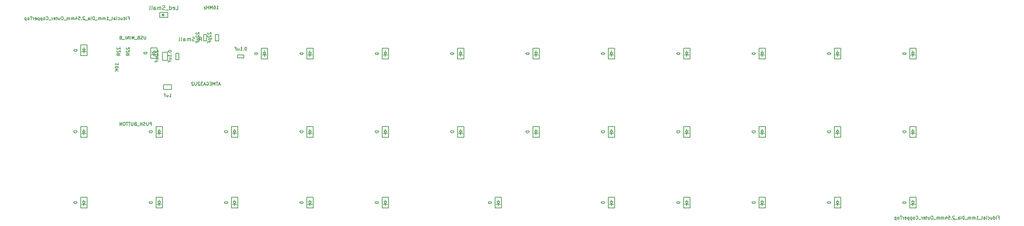
<source format=gbr>
G04 #@! TF.FileFunction,Other,Fab,Bot*
%FSLAX46Y46*%
G04 Gerber Fmt 4.6, Leading zero omitted, Abs format (unit mm)*
G04 Created by KiCad (PCBNEW 4.0.4-stable) date 11/06/16 20:17:09*
%MOMM*%
%LPD*%
G01*
G04 APERTURE LIST*
%ADD10C,0.100000*%
%ADD11C,0.150000*%
%ADD12C,0.200000*%
G04 APERTURE END LIST*
D10*
D11*
X-108125000Y15790000D02*
X-108125000Y16290000D01*
X-108525000Y15790000D02*
X-108125000Y15190000D01*
X-107725000Y15790000D02*
X-108525000Y15790000D01*
X-108125000Y15190000D02*
X-107725000Y15790000D01*
X-108125000Y15190000D02*
X-108675000Y15190000D01*
X-108125000Y15190000D02*
X-107575000Y15190000D01*
X-108125000Y14790000D02*
X-108125000Y15190000D01*
X-108925000Y14190000D02*
X-107325000Y14190000D01*
X-108925000Y16890000D02*
X-108925000Y14190000D01*
X-107325000Y16890000D02*
X-108925000Y16890000D01*
X-107325000Y14190000D02*
X-107325000Y16890000D01*
X-90480000Y15090000D02*
X-90480000Y15590000D01*
X-90880000Y15090000D02*
X-90480000Y14490000D01*
X-90080000Y15090000D02*
X-90880000Y15090000D01*
X-90480000Y14490000D02*
X-90080000Y15090000D01*
X-90480000Y14490000D02*
X-91030000Y14490000D01*
X-90480000Y14490000D02*
X-89930000Y14490000D01*
X-90480000Y14090000D02*
X-90480000Y14490000D01*
X-91280000Y13490000D02*
X-89680000Y13490000D01*
X-91280000Y16190000D02*
X-91280000Y13490000D01*
X-89680000Y16190000D02*
X-91280000Y16190000D01*
X-89680000Y13490000D02*
X-89680000Y16190000D01*
X-62500000Y14950000D02*
X-62500000Y15450000D01*
X-62900000Y14950000D02*
X-62500000Y14350000D01*
X-62100000Y14950000D02*
X-62900000Y14950000D01*
X-62500000Y14350000D02*
X-62100000Y14950000D01*
X-62500000Y14350000D02*
X-63050000Y14350000D01*
X-62500000Y14350000D02*
X-61950000Y14350000D01*
X-62500000Y13950000D02*
X-62500000Y14350000D01*
X-63300000Y13350000D02*
X-61700000Y13350000D01*
X-63300000Y16050000D02*
X-63300000Y13350000D01*
X-61700000Y16050000D02*
X-63300000Y16050000D01*
X-61700000Y13350000D02*
X-61700000Y16050000D01*
X-51010000Y14950000D02*
X-51010000Y15450000D01*
X-51410000Y14950000D02*
X-51010000Y14350000D01*
X-50610000Y14950000D02*
X-51410000Y14950000D01*
X-51010000Y14350000D02*
X-50610000Y14950000D01*
X-51010000Y14350000D02*
X-51560000Y14350000D01*
X-51010000Y14350000D02*
X-50460000Y14350000D01*
X-51010000Y13950000D02*
X-51010000Y14350000D01*
X-51810000Y13350000D02*
X-50210000Y13350000D01*
X-51810000Y16050000D02*
X-51810000Y13350000D01*
X-50210000Y16050000D02*
X-51810000Y16050000D01*
X-50210000Y13350000D02*
X-50210000Y16050000D01*
X-31960000Y14950000D02*
X-31960000Y15450000D01*
X-32360000Y14950000D02*
X-31960000Y14350000D01*
X-31560000Y14950000D02*
X-32360000Y14950000D01*
X-31960000Y14350000D02*
X-31560000Y14950000D01*
X-31960000Y14350000D02*
X-32510000Y14350000D01*
X-31960000Y14350000D02*
X-31410000Y14350000D01*
X-31960000Y13950000D02*
X-31960000Y14350000D01*
X-32760000Y13350000D02*
X-31160000Y13350000D01*
X-32760000Y16050000D02*
X-32760000Y13350000D01*
X-31160000Y16050000D02*
X-32760000Y16050000D01*
X-31160000Y13350000D02*
X-31160000Y16050000D01*
X-12910000Y14950000D02*
X-12910000Y15450000D01*
X-13310000Y14950000D02*
X-12910000Y14350000D01*
X-12510000Y14950000D02*
X-13310000Y14950000D01*
X-12910000Y14350000D02*
X-12510000Y14950000D01*
X-12910000Y14350000D02*
X-13460000Y14350000D01*
X-12910000Y14350000D02*
X-12360000Y14350000D01*
X-12910000Y13950000D02*
X-12910000Y14350000D01*
X-13710000Y13350000D02*
X-12110000Y13350000D01*
X-13710000Y16050000D02*
X-13710000Y13350000D01*
X-12110000Y16050000D02*
X-13710000Y16050000D01*
X-12110000Y13350000D02*
X-12110000Y16050000D01*
X6140000Y14950000D02*
X6140000Y15450000D01*
X5740000Y14950000D02*
X6140000Y14350000D01*
X6540000Y14950000D02*
X5740000Y14950000D01*
X6140000Y14350000D02*
X6540000Y14950000D01*
X6140000Y14350000D02*
X5590000Y14350000D01*
X6140000Y14350000D02*
X6690000Y14350000D01*
X6140000Y13950000D02*
X6140000Y14350000D01*
X5340000Y13350000D02*
X6940000Y13350000D01*
X5340000Y16050000D02*
X5340000Y13350000D01*
X6940000Y16050000D02*
X5340000Y16050000D01*
X6940000Y13350000D02*
X6940000Y16050000D01*
X25190000Y14950000D02*
X25190000Y15450000D01*
X24790000Y14950000D02*
X25190000Y14350000D01*
X25590000Y14950000D02*
X24790000Y14950000D01*
X25190000Y14350000D02*
X25590000Y14950000D01*
X25190000Y14350000D02*
X24640000Y14350000D01*
X25190000Y14350000D02*
X25740000Y14350000D01*
X25190000Y13950000D02*
X25190000Y14350000D01*
X24390000Y13350000D02*
X25990000Y13350000D01*
X24390000Y16050000D02*
X24390000Y13350000D01*
X25990000Y16050000D02*
X24390000Y16050000D01*
X25990000Y13350000D02*
X25990000Y16050000D01*
X44240000Y14950000D02*
X44240000Y15450000D01*
X43840000Y14950000D02*
X44240000Y14350000D01*
X44640000Y14950000D02*
X43840000Y14950000D01*
X44240000Y14350000D02*
X44640000Y14950000D01*
X44240000Y14350000D02*
X43690000Y14350000D01*
X44240000Y14350000D02*
X44790000Y14350000D01*
X44240000Y13950000D02*
X44240000Y14350000D01*
X43440000Y13350000D02*
X45040000Y13350000D01*
X43440000Y16050000D02*
X43440000Y13350000D01*
X45040000Y16050000D02*
X43440000Y16050000D01*
X45040000Y13350000D02*
X45040000Y16050000D01*
X63290000Y14950000D02*
X63290000Y15450000D01*
X62890000Y14950000D02*
X63290000Y14350000D01*
X63690000Y14950000D02*
X62890000Y14950000D01*
X63290000Y14350000D02*
X63690000Y14950000D01*
X63290000Y14350000D02*
X62740000Y14350000D01*
X63290000Y14350000D02*
X63840000Y14350000D01*
X63290000Y13950000D02*
X63290000Y14350000D01*
X62490000Y13350000D02*
X64090000Y13350000D01*
X62490000Y16050000D02*
X62490000Y13350000D01*
X64090000Y16050000D02*
X62490000Y16050000D01*
X64090000Y13350000D02*
X64090000Y16050000D01*
X82340000Y14950000D02*
X82340000Y15450000D01*
X81940000Y14950000D02*
X82340000Y14350000D01*
X82740000Y14950000D02*
X81940000Y14950000D01*
X82340000Y14350000D02*
X82740000Y14950000D01*
X82340000Y14350000D02*
X81790000Y14350000D01*
X82340000Y14350000D02*
X82890000Y14350000D01*
X82340000Y13950000D02*
X82340000Y14350000D01*
X81540000Y13350000D02*
X83140000Y13350000D01*
X81540000Y16050000D02*
X81540000Y13350000D01*
X83140000Y16050000D02*
X81540000Y16050000D01*
X83140000Y13350000D02*
X83140000Y16050000D01*
X101390000Y14950000D02*
X101390000Y15450000D01*
X100990000Y14950000D02*
X101390000Y14350000D01*
X101790000Y14950000D02*
X100990000Y14950000D01*
X101390000Y14350000D02*
X101790000Y14950000D01*
X101390000Y14350000D02*
X100840000Y14350000D01*
X101390000Y14350000D02*
X101940000Y14350000D01*
X101390000Y13950000D02*
X101390000Y14350000D01*
X100590000Y13350000D02*
X102190000Y13350000D01*
X100590000Y16050000D02*
X100590000Y13350000D01*
X102190000Y16050000D02*
X100590000Y16050000D01*
X102190000Y13350000D02*
X102190000Y16050000D01*
X-108160000Y-4820000D02*
X-108160000Y-4320000D01*
X-108560000Y-4820000D02*
X-108160000Y-5420000D01*
X-107760000Y-4820000D02*
X-108560000Y-4820000D01*
X-108160000Y-5420000D02*
X-107760000Y-4820000D01*
X-108160000Y-5420000D02*
X-108710000Y-5420000D01*
X-108160000Y-5420000D02*
X-107610000Y-5420000D01*
X-108160000Y-5820000D02*
X-108160000Y-5420000D01*
X-108960000Y-6420000D02*
X-107360000Y-6420000D01*
X-108960000Y-3720000D02*
X-108960000Y-6420000D01*
X-107360000Y-3720000D02*
X-108960000Y-3720000D01*
X-107360000Y-6420000D02*
X-107360000Y-3720000D01*
X-89110000Y-4820000D02*
X-89110000Y-4320000D01*
X-89510000Y-4820000D02*
X-89110000Y-5420000D01*
X-88710000Y-4820000D02*
X-89510000Y-4820000D01*
X-89110000Y-5420000D02*
X-88710000Y-4820000D01*
X-89110000Y-5420000D02*
X-89660000Y-5420000D01*
X-89110000Y-5420000D02*
X-88560000Y-5420000D01*
X-89110000Y-5820000D02*
X-89110000Y-5420000D01*
X-89910000Y-6420000D02*
X-88310000Y-6420000D01*
X-89910000Y-3720000D02*
X-89910000Y-6420000D01*
X-88310000Y-3720000D02*
X-89910000Y-3720000D01*
X-88310000Y-6420000D02*
X-88310000Y-3720000D01*
X-70060000Y-4820000D02*
X-70060000Y-4320000D01*
X-70460000Y-4820000D02*
X-70060000Y-5420000D01*
X-69660000Y-4820000D02*
X-70460000Y-4820000D01*
X-70060000Y-5420000D02*
X-69660000Y-4820000D01*
X-70060000Y-5420000D02*
X-70610000Y-5420000D01*
X-70060000Y-5420000D02*
X-69510000Y-5420000D01*
X-70060000Y-5820000D02*
X-70060000Y-5420000D01*
X-70860000Y-6420000D02*
X-69260000Y-6420000D01*
X-70860000Y-3720000D02*
X-70860000Y-6420000D01*
X-69260000Y-3720000D02*
X-70860000Y-3720000D01*
X-69260000Y-6420000D02*
X-69260000Y-3720000D01*
X-51010000Y-4820000D02*
X-51010000Y-4320000D01*
X-51410000Y-4820000D02*
X-51010000Y-5420000D01*
X-50610000Y-4820000D02*
X-51410000Y-4820000D01*
X-51010000Y-5420000D02*
X-50610000Y-4820000D01*
X-51010000Y-5420000D02*
X-51560000Y-5420000D01*
X-51010000Y-5420000D02*
X-50460000Y-5420000D01*
X-51010000Y-5820000D02*
X-51010000Y-5420000D01*
X-51810000Y-6420000D02*
X-50210000Y-6420000D01*
X-51810000Y-3720000D02*
X-51810000Y-6420000D01*
X-50210000Y-3720000D02*
X-51810000Y-3720000D01*
X-50210000Y-6420000D02*
X-50210000Y-3720000D01*
X-31960000Y-4820000D02*
X-31960000Y-4320000D01*
X-32360000Y-4820000D02*
X-31960000Y-5420000D01*
X-31560000Y-4820000D02*
X-32360000Y-4820000D01*
X-31960000Y-5420000D02*
X-31560000Y-4820000D01*
X-31960000Y-5420000D02*
X-32510000Y-5420000D01*
X-31960000Y-5420000D02*
X-31410000Y-5420000D01*
X-31960000Y-5820000D02*
X-31960000Y-5420000D01*
X-32760000Y-6420000D02*
X-31160000Y-6420000D01*
X-32760000Y-3720000D02*
X-32760000Y-6420000D01*
X-31160000Y-3720000D02*
X-32760000Y-3720000D01*
X-31160000Y-6420000D02*
X-31160000Y-3720000D01*
X-12910000Y-4820000D02*
X-12910000Y-4320000D01*
X-13310000Y-4820000D02*
X-12910000Y-5420000D01*
X-12510000Y-4820000D02*
X-13310000Y-4820000D01*
X-12910000Y-5420000D02*
X-12510000Y-4820000D01*
X-12910000Y-5420000D02*
X-13460000Y-5420000D01*
X-12910000Y-5420000D02*
X-12360000Y-5420000D01*
X-12910000Y-5820000D02*
X-12910000Y-5420000D01*
X-13710000Y-6420000D02*
X-12110000Y-6420000D01*
X-13710000Y-3720000D02*
X-13710000Y-6420000D01*
X-12110000Y-3720000D02*
X-13710000Y-3720000D01*
X-12110000Y-6420000D02*
X-12110000Y-3720000D01*
X6140000Y-4820000D02*
X6140000Y-4320000D01*
X5740000Y-4820000D02*
X6140000Y-5420000D01*
X6540000Y-4820000D02*
X5740000Y-4820000D01*
X6140000Y-5420000D02*
X6540000Y-4820000D01*
X6140000Y-5420000D02*
X5590000Y-5420000D01*
X6140000Y-5420000D02*
X6690000Y-5420000D01*
X6140000Y-5820000D02*
X6140000Y-5420000D01*
X5340000Y-6420000D02*
X6940000Y-6420000D01*
X5340000Y-3720000D02*
X5340000Y-6420000D01*
X6940000Y-3720000D02*
X5340000Y-3720000D01*
X6940000Y-6420000D02*
X6940000Y-3720000D01*
X25190000Y-4820000D02*
X25190000Y-4320000D01*
X24790000Y-4820000D02*
X25190000Y-5420000D01*
X25590000Y-4820000D02*
X24790000Y-4820000D01*
X25190000Y-5420000D02*
X25590000Y-4820000D01*
X25190000Y-5420000D02*
X24640000Y-5420000D01*
X25190000Y-5420000D02*
X25740000Y-5420000D01*
X25190000Y-5820000D02*
X25190000Y-5420000D01*
X24390000Y-6420000D02*
X25990000Y-6420000D01*
X24390000Y-3720000D02*
X24390000Y-6420000D01*
X25990000Y-3720000D02*
X24390000Y-3720000D01*
X25990000Y-6420000D02*
X25990000Y-3720000D01*
X44240000Y-4820000D02*
X44240000Y-4320000D01*
X43840000Y-4820000D02*
X44240000Y-5420000D01*
X44640000Y-4820000D02*
X43840000Y-4820000D01*
X44240000Y-5420000D02*
X44640000Y-4820000D01*
X44240000Y-5420000D02*
X43690000Y-5420000D01*
X44240000Y-5420000D02*
X44790000Y-5420000D01*
X44240000Y-5820000D02*
X44240000Y-5420000D01*
X43440000Y-6420000D02*
X45040000Y-6420000D01*
X43440000Y-3720000D02*
X43440000Y-6420000D01*
X45040000Y-3720000D02*
X43440000Y-3720000D01*
X45040000Y-6420000D02*
X45040000Y-3720000D01*
X63290000Y-4820000D02*
X63290000Y-4320000D01*
X62890000Y-4820000D02*
X63290000Y-5420000D01*
X63690000Y-4820000D02*
X62890000Y-4820000D01*
X63290000Y-5420000D02*
X63690000Y-4820000D01*
X63290000Y-5420000D02*
X62740000Y-5420000D01*
X63290000Y-5420000D02*
X63840000Y-5420000D01*
X63290000Y-5820000D02*
X63290000Y-5420000D01*
X62490000Y-6420000D02*
X64090000Y-6420000D01*
X62490000Y-3720000D02*
X62490000Y-6420000D01*
X64090000Y-3720000D02*
X62490000Y-3720000D01*
X64090000Y-6420000D02*
X64090000Y-3720000D01*
X82340000Y-4820000D02*
X82340000Y-4320000D01*
X81940000Y-4820000D02*
X82340000Y-5420000D01*
X82740000Y-4820000D02*
X81940000Y-4820000D01*
X82340000Y-5420000D02*
X82740000Y-4820000D01*
X82340000Y-5420000D02*
X81790000Y-5420000D01*
X82340000Y-5420000D02*
X82890000Y-5420000D01*
X82340000Y-5820000D02*
X82340000Y-5420000D01*
X81540000Y-6420000D02*
X83140000Y-6420000D01*
X81540000Y-3720000D02*
X81540000Y-6420000D01*
X83140000Y-3720000D02*
X81540000Y-3720000D01*
X83140000Y-6420000D02*
X83140000Y-3720000D01*
X101390000Y-4820000D02*
X101390000Y-4320000D01*
X100990000Y-4820000D02*
X101390000Y-5420000D01*
X101790000Y-4820000D02*
X100990000Y-4820000D01*
X101390000Y-5420000D02*
X101790000Y-4820000D01*
X101390000Y-5420000D02*
X100840000Y-5420000D01*
X101390000Y-5420000D02*
X101940000Y-5420000D01*
X101390000Y-5820000D02*
X101390000Y-5420000D01*
X100590000Y-6420000D02*
X102190000Y-6420000D01*
X100590000Y-3720000D02*
X100590000Y-6420000D01*
X102190000Y-3720000D02*
X100590000Y-3720000D01*
X102190000Y-6420000D02*
X102190000Y-3720000D01*
X-108160000Y-22750000D02*
X-108160000Y-22250000D01*
X-108560000Y-22750000D02*
X-108160000Y-23350000D01*
X-107760000Y-22750000D02*
X-108560000Y-22750000D01*
X-108160000Y-23350000D02*
X-107760000Y-22750000D01*
X-108160000Y-23350000D02*
X-108710000Y-23350000D01*
X-108160000Y-23350000D02*
X-107610000Y-23350000D01*
X-108160000Y-23750000D02*
X-108160000Y-23350000D01*
X-108960000Y-24350000D02*
X-107360000Y-24350000D01*
X-108960000Y-21650000D02*
X-108960000Y-24350000D01*
X-107360000Y-21650000D02*
X-108960000Y-21650000D01*
X-107360000Y-24350000D02*
X-107360000Y-21650000D01*
X-89110000Y-22750000D02*
X-89110000Y-22250000D01*
X-89510000Y-22750000D02*
X-89110000Y-23350000D01*
X-88710000Y-22750000D02*
X-89510000Y-22750000D01*
X-89110000Y-23350000D02*
X-88710000Y-22750000D01*
X-89110000Y-23350000D02*
X-89660000Y-23350000D01*
X-89110000Y-23350000D02*
X-88560000Y-23350000D01*
X-89110000Y-23750000D02*
X-89110000Y-23350000D01*
X-89910000Y-24350000D02*
X-88310000Y-24350000D01*
X-89910000Y-21650000D02*
X-89910000Y-24350000D01*
X-88310000Y-21650000D02*
X-89910000Y-21650000D01*
X-88310000Y-24350000D02*
X-88310000Y-21650000D01*
X-70060000Y-22750000D02*
X-70060000Y-22250000D01*
X-70460000Y-22750000D02*
X-70060000Y-23350000D01*
X-69660000Y-22750000D02*
X-70460000Y-22750000D01*
X-70060000Y-23350000D02*
X-69660000Y-22750000D01*
X-70060000Y-23350000D02*
X-70610000Y-23350000D01*
X-70060000Y-23350000D02*
X-69510000Y-23350000D01*
X-70060000Y-23750000D02*
X-70060000Y-23350000D01*
X-70860000Y-24350000D02*
X-69260000Y-24350000D01*
X-70860000Y-21650000D02*
X-70860000Y-24350000D01*
X-69260000Y-21650000D02*
X-70860000Y-21650000D01*
X-69260000Y-24350000D02*
X-69260000Y-21650000D01*
X-51010000Y-22750000D02*
X-51010000Y-22250000D01*
X-51410000Y-22750000D02*
X-51010000Y-23350000D01*
X-50610000Y-22750000D02*
X-51410000Y-22750000D01*
X-51010000Y-23350000D02*
X-50610000Y-22750000D01*
X-51010000Y-23350000D02*
X-51560000Y-23350000D01*
X-51010000Y-23350000D02*
X-50460000Y-23350000D01*
X-51010000Y-23750000D02*
X-51010000Y-23350000D01*
X-51810000Y-24350000D02*
X-50210000Y-24350000D01*
X-51810000Y-21650000D02*
X-51810000Y-24350000D01*
X-50210000Y-21650000D02*
X-51810000Y-21650000D01*
X-50210000Y-24350000D02*
X-50210000Y-21650000D01*
X-31960000Y-22750000D02*
X-31960000Y-22250000D01*
X-32360000Y-22750000D02*
X-31960000Y-23350000D01*
X-31560000Y-22750000D02*
X-32360000Y-22750000D01*
X-31960000Y-23350000D02*
X-31560000Y-22750000D01*
X-31960000Y-23350000D02*
X-32510000Y-23350000D01*
X-31960000Y-23350000D02*
X-31410000Y-23350000D01*
X-31960000Y-23750000D02*
X-31960000Y-23350000D01*
X-32760000Y-24350000D02*
X-31160000Y-24350000D01*
X-32760000Y-21650000D02*
X-32760000Y-24350000D01*
X-31160000Y-21650000D02*
X-32760000Y-21650000D01*
X-31160000Y-24350000D02*
X-31160000Y-21650000D01*
X-3400000Y-22750000D02*
X-3400000Y-22250000D01*
X-3800000Y-22750000D02*
X-3400000Y-23350000D01*
X-3000000Y-22750000D02*
X-3800000Y-22750000D01*
X-3400000Y-23350000D02*
X-3000000Y-22750000D01*
X-3400000Y-23350000D02*
X-3950000Y-23350000D01*
X-3400000Y-23350000D02*
X-2850000Y-23350000D01*
X-3400000Y-23750000D02*
X-3400000Y-23350000D01*
X-4200000Y-24350000D02*
X-2600000Y-24350000D01*
X-4200000Y-21650000D02*
X-4200000Y-24350000D01*
X-2600000Y-21650000D02*
X-4200000Y-21650000D01*
X-2600000Y-24350000D02*
X-2600000Y-21650000D01*
X25190000Y-22750000D02*
X25190000Y-22250000D01*
X24790000Y-22750000D02*
X25190000Y-23350000D01*
X25590000Y-22750000D02*
X24790000Y-22750000D01*
X25190000Y-23350000D02*
X25590000Y-22750000D01*
X25190000Y-23350000D02*
X24640000Y-23350000D01*
X25190000Y-23350000D02*
X25740000Y-23350000D01*
X25190000Y-23750000D02*
X25190000Y-23350000D01*
X24390000Y-24350000D02*
X25990000Y-24350000D01*
X24390000Y-21650000D02*
X24390000Y-24350000D01*
X25990000Y-21650000D02*
X24390000Y-21650000D01*
X25990000Y-24350000D02*
X25990000Y-21650000D01*
X44240000Y-22750000D02*
X44240000Y-22250000D01*
X43840000Y-22750000D02*
X44240000Y-23350000D01*
X44640000Y-22750000D02*
X43840000Y-22750000D01*
X44240000Y-23350000D02*
X44640000Y-22750000D01*
X44240000Y-23350000D02*
X43690000Y-23350000D01*
X44240000Y-23350000D02*
X44790000Y-23350000D01*
X44240000Y-23750000D02*
X44240000Y-23350000D01*
X43440000Y-24350000D02*
X45040000Y-24350000D01*
X43440000Y-21650000D02*
X43440000Y-24350000D01*
X45040000Y-21650000D02*
X43440000Y-21650000D01*
X45040000Y-24350000D02*
X45040000Y-21650000D01*
X63290000Y-22750000D02*
X63290000Y-22250000D01*
X62890000Y-22750000D02*
X63290000Y-23350000D01*
X63690000Y-22750000D02*
X62890000Y-22750000D01*
X63290000Y-23350000D02*
X63690000Y-22750000D01*
X63290000Y-23350000D02*
X62740000Y-23350000D01*
X63290000Y-23350000D02*
X63840000Y-23350000D01*
X63290000Y-23750000D02*
X63290000Y-23350000D01*
X62490000Y-24350000D02*
X64090000Y-24350000D01*
X62490000Y-21650000D02*
X62490000Y-24350000D01*
X64090000Y-21650000D02*
X62490000Y-21650000D01*
X64090000Y-24350000D02*
X64090000Y-21650000D01*
X82340000Y-22750000D02*
X82340000Y-22250000D01*
X81940000Y-22750000D02*
X82340000Y-23350000D01*
X82740000Y-22750000D02*
X81940000Y-22750000D01*
X82340000Y-23350000D02*
X82740000Y-22750000D01*
X82340000Y-23350000D02*
X81790000Y-23350000D01*
X82340000Y-23350000D02*
X82890000Y-23350000D01*
X82340000Y-23750000D02*
X82340000Y-23350000D01*
X81540000Y-24350000D02*
X83140000Y-24350000D01*
X81540000Y-21650000D02*
X81540000Y-24350000D01*
X83140000Y-21650000D02*
X81540000Y-21650000D01*
X83140000Y-24350000D02*
X83140000Y-21650000D01*
X101390000Y-22750000D02*
X101390000Y-22250000D01*
X100990000Y-22750000D02*
X101390000Y-23350000D01*
X101790000Y-22750000D02*
X100990000Y-22750000D01*
X101390000Y-23350000D02*
X101790000Y-22750000D01*
X101390000Y-23350000D02*
X100840000Y-23350000D01*
X101390000Y-23350000D02*
X101940000Y-23350000D01*
X101390000Y-23750000D02*
X101390000Y-23350000D01*
X100590000Y-24350000D02*
X102190000Y-24350000D01*
X100590000Y-21650000D02*
X100590000Y-24350000D01*
X102190000Y-21650000D02*
X100590000Y-21650000D01*
X102190000Y-24350000D02*
X102190000Y-21650000D01*
X-88252111Y13028819D02*
X-87002111Y13028819D01*
X-88252111Y15028819D02*
X-88252111Y13028819D01*
X-87002111Y15028819D02*
X-88252111Y15028819D01*
X-87002111Y13028819D02*
X-87002111Y15028819D01*
X-84917111Y13228819D02*
X-84117111Y13228819D01*
X-84917111Y14828819D02*
X-84917111Y13228819D01*
X-84117111Y14828819D02*
X-84917111Y14828819D01*
X-84117111Y13228819D02*
X-84117111Y14828819D01*
X-69300000Y14400000D02*
X-69300000Y13600000D01*
X-67700000Y14400000D02*
X-69300000Y14400000D01*
X-67700000Y13600000D02*
X-67700000Y14400000D01*
X-69300000Y13600000D02*
X-67700000Y13600000D01*
X-86000000Y5625000D02*
X-86000000Y6875000D01*
X-88000000Y5625000D02*
X-86000000Y5625000D01*
X-88000000Y6875000D02*
X-88000000Y5625000D01*
X-86000000Y6875000D02*
X-88000000Y6875000D01*
X-77900000Y17950000D02*
X-77100000Y17950000D01*
X-77900000Y19550000D02*
X-77900000Y17950000D01*
X-77100000Y19550000D02*
X-77900000Y19550000D01*
X-77100000Y17950000D02*
X-77100000Y19550000D01*
X-74900000Y17950000D02*
X-74100000Y17950000D01*
X-74900000Y19550000D02*
X-74900000Y17950000D01*
X-74100000Y19550000D02*
X-74900000Y19550000D01*
X-74100000Y17950000D02*
X-74100000Y19550000D01*
X-88349020Y24200000D02*
X-88349020Y24800000D01*
X-88249020Y24500000D02*
X-87949020Y24200000D01*
X-87949020Y24800000D02*
X-88249020Y24500000D01*
X-87949020Y24200000D02*
X-87949020Y24800000D01*
X-86949020Y23900000D02*
X-88949020Y23900000D01*
X-86949020Y25100000D02*
X-86949020Y23900000D01*
X-88949020Y25100000D02*
X-86949020Y25100000D01*
X-88949020Y23900000D02*
X-88949020Y25100000D01*
D12*
X122933336Y-26742857D02*
X123200003Y-26742857D01*
X123200003Y-27161905D02*
X123200003Y-26361905D01*
X122819050Y-26361905D01*
X122514289Y-27161905D02*
X122514289Y-26628571D01*
X122514289Y-26361905D02*
X122552384Y-26400000D01*
X122514289Y-26438095D01*
X122476194Y-26400000D01*
X122514289Y-26361905D01*
X122514289Y-26438095D01*
X121790480Y-27161905D02*
X121790480Y-26361905D01*
X121790480Y-27123810D02*
X121866670Y-27161905D01*
X122019051Y-27161905D01*
X122095242Y-27123810D01*
X122133337Y-27085714D01*
X122171432Y-27009524D01*
X122171432Y-26780952D01*
X122133337Y-26704762D01*
X122095242Y-26666667D01*
X122019051Y-26628571D01*
X121866670Y-26628571D01*
X121790480Y-26666667D01*
X121066670Y-26628571D02*
X121066670Y-27161905D01*
X121409527Y-26628571D02*
X121409527Y-27047619D01*
X121371432Y-27123810D01*
X121295241Y-27161905D01*
X121180955Y-27161905D01*
X121104765Y-27123810D01*
X121066670Y-27085714D01*
X120342860Y-27123810D02*
X120419050Y-27161905D01*
X120571431Y-27161905D01*
X120647622Y-27123810D01*
X120685717Y-27085714D01*
X120723812Y-27009524D01*
X120723812Y-26780952D01*
X120685717Y-26704762D01*
X120647622Y-26666667D01*
X120571431Y-26628571D01*
X120419050Y-26628571D01*
X120342860Y-26666667D01*
X120000003Y-27161905D02*
X120000003Y-26628571D01*
X120000003Y-26361905D02*
X120038098Y-26400000D01*
X120000003Y-26438095D01*
X119961908Y-26400000D01*
X120000003Y-26361905D01*
X120000003Y-26438095D01*
X119276194Y-27161905D02*
X119276194Y-26742857D01*
X119314289Y-26666667D01*
X119390479Y-26628571D01*
X119542860Y-26628571D01*
X119619051Y-26666667D01*
X119276194Y-27123810D02*
X119352384Y-27161905D01*
X119542860Y-27161905D01*
X119619051Y-27123810D01*
X119657146Y-27047619D01*
X119657146Y-26971429D01*
X119619051Y-26895238D01*
X119542860Y-26857143D01*
X119352384Y-26857143D01*
X119276194Y-26819048D01*
X118780955Y-27161905D02*
X118857146Y-27123810D01*
X118895241Y-27047619D01*
X118895241Y-26361905D01*
X118666669Y-27238095D02*
X118057145Y-27238095D01*
X117447621Y-27161905D02*
X117904764Y-27161905D01*
X117676193Y-27161905D02*
X117676193Y-26361905D01*
X117752383Y-26476190D01*
X117828574Y-26552381D01*
X117904764Y-26590476D01*
X117104764Y-27161905D02*
X117104764Y-26628571D01*
X117104764Y-26704762D02*
X117066669Y-26666667D01*
X116990478Y-26628571D01*
X116876192Y-26628571D01*
X116800002Y-26666667D01*
X116761907Y-26742857D01*
X116761907Y-27161905D01*
X116761907Y-26742857D02*
X116723811Y-26666667D01*
X116647621Y-26628571D01*
X116533335Y-26628571D01*
X116457145Y-26666667D01*
X116419050Y-26742857D01*
X116419050Y-27161905D01*
X116038097Y-27161905D02*
X116038097Y-26628571D01*
X116038097Y-26704762D02*
X116000002Y-26666667D01*
X115923811Y-26628571D01*
X115809525Y-26628571D01*
X115733335Y-26666667D01*
X115695240Y-26742857D01*
X115695240Y-27161905D01*
X115695240Y-26742857D02*
X115657144Y-26666667D01*
X115580954Y-26628571D01*
X115466668Y-26628571D01*
X115390478Y-26666667D01*
X115352383Y-26742857D01*
X115352383Y-27161905D01*
X115161906Y-27238095D02*
X114552382Y-27238095D01*
X114361906Y-27161905D02*
X114361906Y-26361905D01*
X114171430Y-26361905D01*
X114057144Y-26400000D01*
X113980953Y-26476190D01*
X113942858Y-26552381D01*
X113904763Y-26704762D01*
X113904763Y-26819048D01*
X113942858Y-26971429D01*
X113980953Y-27047619D01*
X114057144Y-27123810D01*
X114171430Y-27161905D01*
X114361906Y-27161905D01*
X113561906Y-27161905D02*
X113561906Y-26628571D01*
X113561906Y-26361905D02*
X113600001Y-26400000D01*
X113561906Y-26438095D01*
X113523811Y-26400000D01*
X113561906Y-26361905D01*
X113561906Y-26438095D01*
X112838097Y-27161905D02*
X112838097Y-26742857D01*
X112876192Y-26666667D01*
X112952382Y-26628571D01*
X113104763Y-26628571D01*
X113180954Y-26666667D01*
X112838097Y-27123810D02*
X112914287Y-27161905D01*
X113104763Y-27161905D01*
X113180954Y-27123810D01*
X113219049Y-27047619D01*
X113219049Y-26971429D01*
X113180954Y-26895238D01*
X113104763Y-26857143D01*
X112914287Y-26857143D01*
X112838097Y-26819048D01*
X112647620Y-27238095D02*
X112038096Y-27238095D01*
X111885715Y-26438095D02*
X111847620Y-26400000D01*
X111771429Y-26361905D01*
X111580953Y-26361905D01*
X111504763Y-26400000D01*
X111466667Y-26438095D01*
X111428572Y-26514286D01*
X111428572Y-26590476D01*
X111466667Y-26704762D01*
X111923810Y-27161905D01*
X111428572Y-27161905D01*
X111085715Y-27085714D02*
X111047620Y-27123810D01*
X111085715Y-27161905D01*
X111123810Y-27123810D01*
X111085715Y-27085714D01*
X111085715Y-27161905D01*
X110323810Y-26361905D02*
X110704763Y-26361905D01*
X110742858Y-26742857D01*
X110704763Y-26704762D01*
X110628572Y-26666667D01*
X110438096Y-26666667D01*
X110361906Y-26704762D01*
X110323810Y-26742857D01*
X110285715Y-26819048D01*
X110285715Y-27009524D01*
X110323810Y-27085714D01*
X110361906Y-27123810D01*
X110438096Y-27161905D01*
X110628572Y-27161905D01*
X110704763Y-27123810D01*
X110742858Y-27085714D01*
X109600001Y-26628571D02*
X109600001Y-27161905D01*
X109790477Y-26323810D02*
X109980953Y-26895238D01*
X109485715Y-26895238D01*
X109180953Y-27161905D02*
X109180953Y-26628571D01*
X109180953Y-26704762D02*
X109142858Y-26666667D01*
X109066667Y-26628571D01*
X108952381Y-26628571D01*
X108876191Y-26666667D01*
X108838096Y-26742857D01*
X108838096Y-27161905D01*
X108838096Y-26742857D02*
X108800000Y-26666667D01*
X108723810Y-26628571D01*
X108609524Y-26628571D01*
X108533334Y-26666667D01*
X108495239Y-26742857D01*
X108495239Y-27161905D01*
X108114286Y-27161905D02*
X108114286Y-26628571D01*
X108114286Y-26704762D02*
X108076191Y-26666667D01*
X108000000Y-26628571D01*
X107885714Y-26628571D01*
X107809524Y-26666667D01*
X107771429Y-26742857D01*
X107771429Y-27161905D01*
X107771429Y-26742857D02*
X107733333Y-26666667D01*
X107657143Y-26628571D01*
X107542857Y-26628571D01*
X107466667Y-26666667D01*
X107428572Y-26742857D01*
X107428572Y-27161905D01*
X107238095Y-27238095D02*
X106628571Y-27238095D01*
X106285714Y-26361905D02*
X106133333Y-26361905D01*
X106057142Y-26400000D01*
X105980952Y-26476190D01*
X105942857Y-26628571D01*
X105942857Y-26895238D01*
X105980952Y-27047619D01*
X106057142Y-27123810D01*
X106133333Y-27161905D01*
X106285714Y-27161905D01*
X106361904Y-27123810D01*
X106438095Y-27047619D01*
X106476190Y-26895238D01*
X106476190Y-26628571D01*
X106438095Y-26476190D01*
X106361904Y-26400000D01*
X106285714Y-26361905D01*
X105257143Y-26628571D02*
X105257143Y-27161905D01*
X105600000Y-26628571D02*
X105600000Y-27047619D01*
X105561905Y-27123810D01*
X105485714Y-27161905D01*
X105371428Y-27161905D01*
X105295238Y-27123810D01*
X105257143Y-27085714D01*
X104990476Y-26628571D02*
X104685714Y-26628571D01*
X104876190Y-26361905D02*
X104876190Y-27047619D01*
X104838095Y-27123810D01*
X104761904Y-27161905D01*
X104685714Y-27161905D01*
X104114285Y-27123810D02*
X104190475Y-27161905D01*
X104342856Y-27161905D01*
X104419047Y-27123810D01*
X104457142Y-27047619D01*
X104457142Y-26742857D01*
X104419047Y-26666667D01*
X104342856Y-26628571D01*
X104190475Y-26628571D01*
X104114285Y-26666667D01*
X104076190Y-26742857D01*
X104076190Y-26819048D01*
X104457142Y-26895238D01*
X103733333Y-27161905D02*
X103733333Y-26628571D01*
X103733333Y-26780952D02*
X103695238Y-26704762D01*
X103657142Y-26666667D01*
X103580952Y-26628571D01*
X103504761Y-26628571D01*
X103428571Y-27238095D02*
X102819047Y-27238095D01*
X102171428Y-27085714D02*
X102209523Y-27123810D01*
X102323809Y-27161905D01*
X102399999Y-27161905D01*
X102514285Y-27123810D01*
X102590476Y-27047619D01*
X102628571Y-26971429D01*
X102666666Y-26819048D01*
X102666666Y-26704762D01*
X102628571Y-26552381D01*
X102590476Y-26476190D01*
X102514285Y-26400000D01*
X102399999Y-26361905D01*
X102323809Y-26361905D01*
X102209523Y-26400000D01*
X102171428Y-26438095D01*
X101714285Y-27161905D02*
X101790476Y-27123810D01*
X101828571Y-27085714D01*
X101866666Y-27009524D01*
X101866666Y-26780952D01*
X101828571Y-26704762D01*
X101790476Y-26666667D01*
X101714285Y-26628571D01*
X101599999Y-26628571D01*
X101523809Y-26666667D01*
X101485714Y-26704762D01*
X101447618Y-26780952D01*
X101447618Y-27009524D01*
X101485714Y-27085714D01*
X101523809Y-27123810D01*
X101599999Y-27161905D01*
X101714285Y-27161905D01*
X101104761Y-26628571D02*
X101104761Y-27428571D01*
X101104761Y-26666667D02*
X101028570Y-26628571D01*
X100876189Y-26628571D01*
X100799999Y-26666667D01*
X100761904Y-26704762D01*
X100723808Y-26780952D01*
X100723808Y-27009524D01*
X100761904Y-27085714D01*
X100799999Y-27123810D01*
X100876189Y-27161905D01*
X101028570Y-27161905D01*
X101104761Y-27123810D01*
X100380951Y-26628571D02*
X100380951Y-27428571D01*
X100380951Y-26666667D02*
X100304760Y-26628571D01*
X100152379Y-26628571D01*
X100076189Y-26666667D01*
X100038094Y-26704762D01*
X99999998Y-26780952D01*
X99999998Y-27009524D01*
X100038094Y-27085714D01*
X100076189Y-27123810D01*
X100152379Y-27161905D01*
X100304760Y-27161905D01*
X100380951Y-27123810D01*
X99352379Y-27123810D02*
X99428569Y-27161905D01*
X99580950Y-27161905D01*
X99657141Y-27123810D01*
X99695236Y-27047619D01*
X99695236Y-26742857D01*
X99657141Y-26666667D01*
X99580950Y-26628571D01*
X99428569Y-26628571D01*
X99352379Y-26666667D01*
X99314284Y-26742857D01*
X99314284Y-26819048D01*
X99695236Y-26895238D01*
X98971427Y-27161905D02*
X98971427Y-26628571D01*
X98971427Y-26780952D02*
X98933332Y-26704762D01*
X98895236Y-26666667D01*
X98819046Y-26628571D01*
X98742855Y-26628571D01*
X98590475Y-26361905D02*
X98133332Y-26361905D01*
X98361903Y-27161905D02*
X98361903Y-26361905D01*
X97752379Y-27161905D02*
X97828570Y-27123810D01*
X97866665Y-27085714D01*
X97904760Y-27009524D01*
X97904760Y-26780952D01*
X97866665Y-26704762D01*
X97828570Y-26666667D01*
X97752379Y-26628571D01*
X97638093Y-26628571D01*
X97561903Y-26666667D01*
X97523808Y-26704762D01*
X97485712Y-26780952D01*
X97485712Y-27009524D01*
X97523808Y-27085714D01*
X97561903Y-27123810D01*
X97638093Y-27161905D01*
X97752379Y-27161905D01*
X97142855Y-26628571D02*
X97142855Y-27428571D01*
X97142855Y-26666667D02*
X97066664Y-26628571D01*
X96914283Y-26628571D01*
X96838093Y-26666667D01*
X96799998Y-26704762D01*
X96761902Y-26780952D01*
X96761902Y-27009524D01*
X96799998Y-27085714D01*
X96838093Y-27123810D01*
X96914283Y-27161905D01*
X97066664Y-27161905D01*
X97142855Y-27123810D01*
X-96916664Y23657143D02*
X-96649997Y23657143D01*
X-96649997Y23238095D02*
X-96649997Y24038095D01*
X-97030950Y24038095D01*
X-97335711Y23238095D02*
X-97335711Y23771429D01*
X-97335711Y24038095D02*
X-97297616Y24000000D01*
X-97335711Y23961905D01*
X-97373806Y24000000D01*
X-97335711Y24038095D01*
X-97335711Y23961905D01*
X-98059520Y23238095D02*
X-98059520Y24038095D01*
X-98059520Y23276190D02*
X-97983330Y23238095D01*
X-97830949Y23238095D01*
X-97754758Y23276190D01*
X-97716663Y23314286D01*
X-97678568Y23390476D01*
X-97678568Y23619048D01*
X-97716663Y23695238D01*
X-97754758Y23733333D01*
X-97830949Y23771429D01*
X-97983330Y23771429D01*
X-98059520Y23733333D01*
X-98783330Y23771429D02*
X-98783330Y23238095D01*
X-98440473Y23771429D02*
X-98440473Y23352381D01*
X-98478568Y23276190D01*
X-98554759Y23238095D01*
X-98669045Y23238095D01*
X-98745235Y23276190D01*
X-98783330Y23314286D01*
X-99507140Y23276190D02*
X-99430950Y23238095D01*
X-99278569Y23238095D01*
X-99202378Y23276190D01*
X-99164283Y23314286D01*
X-99126188Y23390476D01*
X-99126188Y23619048D01*
X-99164283Y23695238D01*
X-99202378Y23733333D01*
X-99278569Y23771429D01*
X-99430950Y23771429D01*
X-99507140Y23733333D01*
X-99849997Y23238095D02*
X-99849997Y23771429D01*
X-99849997Y24038095D02*
X-99811902Y24000000D01*
X-99849997Y23961905D01*
X-99888092Y24000000D01*
X-99849997Y24038095D01*
X-99849997Y23961905D01*
X-100573806Y23238095D02*
X-100573806Y23657143D01*
X-100535711Y23733333D01*
X-100459521Y23771429D01*
X-100307140Y23771429D01*
X-100230949Y23733333D01*
X-100573806Y23276190D02*
X-100497616Y23238095D01*
X-100307140Y23238095D01*
X-100230949Y23276190D01*
X-100192854Y23352381D01*
X-100192854Y23428571D01*
X-100230949Y23504762D01*
X-100307140Y23542857D01*
X-100497616Y23542857D01*
X-100573806Y23580952D01*
X-101069045Y23238095D02*
X-100992854Y23276190D01*
X-100954759Y23352381D01*
X-100954759Y24038095D01*
X-101183331Y23161905D02*
X-101792855Y23161905D01*
X-102402379Y23238095D02*
X-101945236Y23238095D01*
X-102173807Y23238095D02*
X-102173807Y24038095D01*
X-102097617Y23923810D01*
X-102021426Y23847619D01*
X-101945236Y23809524D01*
X-102745236Y23238095D02*
X-102745236Y23771429D01*
X-102745236Y23695238D02*
X-102783331Y23733333D01*
X-102859522Y23771429D01*
X-102973808Y23771429D01*
X-103049998Y23733333D01*
X-103088093Y23657143D01*
X-103088093Y23238095D01*
X-103088093Y23657143D02*
X-103126189Y23733333D01*
X-103202379Y23771429D01*
X-103316665Y23771429D01*
X-103392855Y23733333D01*
X-103430950Y23657143D01*
X-103430950Y23238095D01*
X-103811903Y23238095D02*
X-103811903Y23771429D01*
X-103811903Y23695238D02*
X-103849998Y23733333D01*
X-103926189Y23771429D01*
X-104040475Y23771429D01*
X-104116665Y23733333D01*
X-104154760Y23657143D01*
X-104154760Y23238095D01*
X-104154760Y23657143D02*
X-104192856Y23733333D01*
X-104269046Y23771429D01*
X-104383332Y23771429D01*
X-104459522Y23733333D01*
X-104497617Y23657143D01*
X-104497617Y23238095D01*
X-104688094Y23161905D02*
X-105297618Y23161905D01*
X-105488094Y23238095D02*
X-105488094Y24038095D01*
X-105678570Y24038095D01*
X-105792856Y24000000D01*
X-105869047Y23923810D01*
X-105907142Y23847619D01*
X-105945237Y23695238D01*
X-105945237Y23580952D01*
X-105907142Y23428571D01*
X-105869047Y23352381D01*
X-105792856Y23276190D01*
X-105678570Y23238095D01*
X-105488094Y23238095D01*
X-106288094Y23238095D02*
X-106288094Y23771429D01*
X-106288094Y24038095D02*
X-106249999Y24000000D01*
X-106288094Y23961905D01*
X-106326189Y24000000D01*
X-106288094Y24038095D01*
X-106288094Y23961905D01*
X-107011903Y23238095D02*
X-107011903Y23657143D01*
X-106973808Y23733333D01*
X-106897618Y23771429D01*
X-106745237Y23771429D01*
X-106669046Y23733333D01*
X-107011903Y23276190D02*
X-106935713Y23238095D01*
X-106745237Y23238095D01*
X-106669046Y23276190D01*
X-106630951Y23352381D01*
X-106630951Y23428571D01*
X-106669046Y23504762D01*
X-106745237Y23542857D01*
X-106935713Y23542857D01*
X-107011903Y23580952D01*
X-107202380Y23161905D02*
X-107811904Y23161905D01*
X-107964285Y23961905D02*
X-108002380Y24000000D01*
X-108078571Y24038095D01*
X-108269047Y24038095D01*
X-108345237Y24000000D01*
X-108383333Y23961905D01*
X-108421428Y23885714D01*
X-108421428Y23809524D01*
X-108383333Y23695238D01*
X-107926190Y23238095D01*
X-108421428Y23238095D01*
X-108764285Y23314286D02*
X-108802380Y23276190D01*
X-108764285Y23238095D01*
X-108726190Y23276190D01*
X-108764285Y23314286D01*
X-108764285Y23238095D01*
X-109526190Y24038095D02*
X-109145237Y24038095D01*
X-109107142Y23657143D01*
X-109145237Y23695238D01*
X-109221428Y23733333D01*
X-109411904Y23733333D01*
X-109488094Y23695238D01*
X-109526190Y23657143D01*
X-109564285Y23580952D01*
X-109564285Y23390476D01*
X-109526190Y23314286D01*
X-109488094Y23276190D01*
X-109411904Y23238095D01*
X-109221428Y23238095D01*
X-109145237Y23276190D01*
X-109107142Y23314286D01*
X-110249999Y23771429D02*
X-110249999Y23238095D01*
X-110059523Y24076190D02*
X-109869047Y23504762D01*
X-110364285Y23504762D01*
X-110669047Y23238095D02*
X-110669047Y23771429D01*
X-110669047Y23695238D02*
X-110707142Y23733333D01*
X-110783333Y23771429D01*
X-110897619Y23771429D01*
X-110973809Y23733333D01*
X-111011904Y23657143D01*
X-111011904Y23238095D01*
X-111011904Y23657143D02*
X-111050000Y23733333D01*
X-111126190Y23771429D01*
X-111240476Y23771429D01*
X-111316666Y23733333D01*
X-111354761Y23657143D01*
X-111354761Y23238095D01*
X-111735714Y23238095D02*
X-111735714Y23771429D01*
X-111735714Y23695238D02*
X-111773809Y23733333D01*
X-111850000Y23771429D01*
X-111964286Y23771429D01*
X-112040476Y23733333D01*
X-112078571Y23657143D01*
X-112078571Y23238095D01*
X-112078571Y23657143D02*
X-112116667Y23733333D01*
X-112192857Y23771429D01*
X-112307143Y23771429D01*
X-112383333Y23733333D01*
X-112421428Y23657143D01*
X-112421428Y23238095D01*
X-112611905Y23161905D02*
X-113221429Y23161905D01*
X-113564286Y24038095D02*
X-113716667Y24038095D01*
X-113792858Y24000000D01*
X-113869048Y23923810D01*
X-113907143Y23771429D01*
X-113907143Y23504762D01*
X-113869048Y23352381D01*
X-113792858Y23276190D01*
X-113716667Y23238095D01*
X-113564286Y23238095D01*
X-113488096Y23276190D01*
X-113411905Y23352381D01*
X-113373810Y23504762D01*
X-113373810Y23771429D01*
X-113411905Y23923810D01*
X-113488096Y24000000D01*
X-113564286Y24038095D01*
X-114592857Y23771429D02*
X-114592857Y23238095D01*
X-114250000Y23771429D02*
X-114250000Y23352381D01*
X-114288095Y23276190D01*
X-114364286Y23238095D01*
X-114478572Y23238095D01*
X-114554762Y23276190D01*
X-114592857Y23314286D01*
X-114859524Y23771429D02*
X-115164286Y23771429D01*
X-114973810Y24038095D02*
X-114973810Y23352381D01*
X-115011905Y23276190D01*
X-115088096Y23238095D01*
X-115164286Y23238095D01*
X-115735715Y23276190D02*
X-115659525Y23238095D01*
X-115507144Y23238095D01*
X-115430953Y23276190D01*
X-115392858Y23352381D01*
X-115392858Y23657143D01*
X-115430953Y23733333D01*
X-115507144Y23771429D01*
X-115659525Y23771429D01*
X-115735715Y23733333D01*
X-115773810Y23657143D01*
X-115773810Y23580952D01*
X-115392858Y23504762D01*
X-116116667Y23238095D02*
X-116116667Y23771429D01*
X-116116667Y23619048D02*
X-116154762Y23695238D01*
X-116192858Y23733333D01*
X-116269048Y23771429D01*
X-116345239Y23771429D01*
X-116421429Y23161905D02*
X-117030953Y23161905D01*
X-117678572Y23314286D02*
X-117640477Y23276190D01*
X-117526191Y23238095D01*
X-117450001Y23238095D01*
X-117335715Y23276190D01*
X-117259524Y23352381D01*
X-117221429Y23428571D01*
X-117183334Y23580952D01*
X-117183334Y23695238D01*
X-117221429Y23847619D01*
X-117259524Y23923810D01*
X-117335715Y24000000D01*
X-117450001Y24038095D01*
X-117526191Y24038095D01*
X-117640477Y24000000D01*
X-117678572Y23961905D01*
X-118135715Y23238095D02*
X-118059524Y23276190D01*
X-118021429Y23314286D01*
X-117983334Y23390476D01*
X-117983334Y23619048D01*
X-118021429Y23695238D01*
X-118059524Y23733333D01*
X-118135715Y23771429D01*
X-118250001Y23771429D01*
X-118326191Y23733333D01*
X-118364286Y23695238D01*
X-118402382Y23619048D01*
X-118402382Y23390476D01*
X-118364286Y23314286D01*
X-118326191Y23276190D01*
X-118250001Y23238095D01*
X-118135715Y23238095D01*
X-118745239Y23771429D02*
X-118745239Y22971429D01*
X-118745239Y23733333D02*
X-118821430Y23771429D01*
X-118973811Y23771429D01*
X-119050001Y23733333D01*
X-119088096Y23695238D01*
X-119126192Y23619048D01*
X-119126192Y23390476D01*
X-119088096Y23314286D01*
X-119050001Y23276190D01*
X-118973811Y23238095D01*
X-118821430Y23238095D01*
X-118745239Y23276190D01*
X-119469049Y23771429D02*
X-119469049Y22971429D01*
X-119469049Y23733333D02*
X-119545240Y23771429D01*
X-119697621Y23771429D01*
X-119773811Y23733333D01*
X-119811906Y23695238D01*
X-119850002Y23619048D01*
X-119850002Y23390476D01*
X-119811906Y23314286D01*
X-119773811Y23276190D01*
X-119697621Y23238095D01*
X-119545240Y23238095D01*
X-119469049Y23276190D01*
X-120497621Y23276190D02*
X-120421431Y23238095D01*
X-120269050Y23238095D01*
X-120192859Y23276190D01*
X-120154764Y23352381D01*
X-120154764Y23657143D01*
X-120192859Y23733333D01*
X-120269050Y23771429D01*
X-120421431Y23771429D01*
X-120497621Y23733333D01*
X-120535716Y23657143D01*
X-120535716Y23580952D01*
X-120154764Y23504762D01*
X-120878573Y23238095D02*
X-120878573Y23771429D01*
X-120878573Y23619048D02*
X-120916668Y23695238D01*
X-120954764Y23733333D01*
X-121030954Y23771429D01*
X-121107145Y23771429D01*
X-121259525Y24038095D02*
X-121716668Y24038095D01*
X-121488097Y23238095D02*
X-121488097Y24038095D01*
X-122097621Y23238095D02*
X-122021430Y23276190D01*
X-121983335Y23314286D01*
X-121945240Y23390476D01*
X-121945240Y23619048D01*
X-121983335Y23695238D01*
X-122021430Y23733333D01*
X-122097621Y23771429D01*
X-122211907Y23771429D01*
X-122288097Y23733333D01*
X-122326192Y23695238D01*
X-122364288Y23619048D01*
X-122364288Y23390476D01*
X-122326192Y23314286D01*
X-122288097Y23276190D01*
X-122211907Y23238095D01*
X-122097621Y23238095D01*
X-122707145Y23771429D02*
X-122707145Y22971429D01*
X-122707145Y23733333D02*
X-122783336Y23771429D01*
X-122935717Y23771429D01*
X-123011907Y23733333D01*
X-123050002Y23695238D01*
X-123088098Y23619048D01*
X-123088098Y23390476D01*
X-123050002Y23314286D01*
X-123011907Y23276190D01*
X-122935717Y23238095D01*
X-122783336Y23238095D01*
X-122707145Y23276190D01*
X-91060000Y-3471905D02*
X-91060000Y-2671905D01*
X-91364762Y-2671905D01*
X-91440953Y-2710000D01*
X-91479048Y-2748095D01*
X-91517143Y-2824286D01*
X-91517143Y-2938571D01*
X-91479048Y-3014762D01*
X-91440953Y-3052857D01*
X-91364762Y-3090952D01*
X-91060000Y-3090952D01*
X-91860000Y-2671905D02*
X-91860000Y-3319524D01*
X-91898095Y-3395714D01*
X-91936191Y-3433810D01*
X-92012381Y-3471905D01*
X-92164762Y-3471905D01*
X-92240953Y-3433810D01*
X-92279048Y-3395714D01*
X-92317143Y-3319524D01*
X-92317143Y-2671905D01*
X-92660000Y-3433810D02*
X-92774286Y-3471905D01*
X-92964762Y-3471905D01*
X-93040952Y-3433810D01*
X-93079048Y-3395714D01*
X-93117143Y-3319524D01*
X-93117143Y-3243333D01*
X-93079048Y-3167143D01*
X-93040952Y-3129048D01*
X-92964762Y-3090952D01*
X-92812381Y-3052857D01*
X-92736190Y-3014762D01*
X-92698095Y-2976667D01*
X-92660000Y-2900476D01*
X-92660000Y-2824286D01*
X-92698095Y-2748095D01*
X-92736190Y-2710000D01*
X-92812381Y-2671905D01*
X-93002857Y-2671905D01*
X-93117143Y-2710000D01*
X-93460000Y-3471905D02*
X-93460000Y-2671905D01*
X-93460000Y-3052857D02*
X-93917143Y-3052857D01*
X-93917143Y-3471905D02*
X-93917143Y-2671905D01*
X-94107619Y-3548095D02*
X-94717143Y-3548095D01*
X-95174286Y-3052857D02*
X-95288572Y-3090952D01*
X-95326667Y-3129048D01*
X-95364762Y-3205238D01*
X-95364762Y-3319524D01*
X-95326667Y-3395714D01*
X-95288572Y-3433810D01*
X-95212381Y-3471905D01*
X-94907619Y-3471905D01*
X-94907619Y-2671905D01*
X-95174286Y-2671905D01*
X-95250476Y-2710000D01*
X-95288572Y-2748095D01*
X-95326667Y-2824286D01*
X-95326667Y-2900476D01*
X-95288572Y-2976667D01*
X-95250476Y-3014762D01*
X-95174286Y-3052857D01*
X-94907619Y-3052857D01*
X-95707619Y-2671905D02*
X-95707619Y-3319524D01*
X-95745714Y-3395714D01*
X-95783810Y-3433810D01*
X-95860000Y-3471905D01*
X-96012381Y-3471905D01*
X-96088572Y-3433810D01*
X-96126667Y-3395714D01*
X-96164762Y-3319524D01*
X-96164762Y-2671905D01*
X-96431428Y-2671905D02*
X-96888571Y-2671905D01*
X-96660000Y-3471905D02*
X-96660000Y-2671905D01*
X-97040952Y-2671905D02*
X-97498095Y-2671905D01*
X-97269524Y-3471905D02*
X-97269524Y-2671905D01*
X-97917143Y-2671905D02*
X-98069524Y-2671905D01*
X-98145715Y-2710000D01*
X-98221905Y-2786190D01*
X-98260000Y-2938571D01*
X-98260000Y-3205238D01*
X-98221905Y-3357619D01*
X-98145715Y-3433810D01*
X-98069524Y-3471905D01*
X-97917143Y-3471905D01*
X-97840953Y-3433810D01*
X-97764762Y-3357619D01*
X-97726667Y-3205238D01*
X-97726667Y-2938571D01*
X-97764762Y-2786190D01*
X-97840953Y-2710000D01*
X-97917143Y-2671905D01*
X-98602857Y-3471905D02*
X-98602857Y-2671905D01*
X-99060000Y-3471905D01*
X-99060000Y-2671905D01*
X-74597619Y25988095D02*
X-74140476Y25988095D01*
X-74369047Y25988095D02*
X-74369047Y26788095D01*
X-74292857Y26673810D01*
X-74216666Y26597619D01*
X-74140476Y26559524D01*
X-75283333Y26788095D02*
X-75130952Y26788095D01*
X-75054762Y26750000D01*
X-75016667Y26711905D01*
X-74940476Y26597619D01*
X-74902381Y26445238D01*
X-74902381Y26140476D01*
X-74940476Y26064286D01*
X-74978571Y26026190D01*
X-75054762Y25988095D01*
X-75207143Y25988095D01*
X-75283333Y26026190D01*
X-75321429Y26064286D01*
X-75359524Y26140476D01*
X-75359524Y26330952D01*
X-75321429Y26407143D01*
X-75283333Y26445238D01*
X-75207143Y26483333D01*
X-75054762Y26483333D01*
X-74978571Y26445238D01*
X-74940476Y26407143D01*
X-74902381Y26330952D01*
X-75702381Y25988095D02*
X-75702381Y26788095D01*
X-75969048Y26216667D01*
X-76235715Y26788095D01*
X-76235715Y25988095D01*
X-76616667Y25988095D02*
X-76616667Y26788095D01*
X-76616667Y26407143D02*
X-77073810Y26407143D01*
X-77073810Y25988095D02*
X-77073810Y26788095D01*
X-77378572Y26521429D02*
X-77797619Y26521429D01*
X-77378572Y25988095D01*
X-77797619Y25988095D01*
X-109863095Y15749524D02*
X-110663095Y15749524D01*
X-110663095Y15559048D01*
X-110625000Y15444762D01*
X-110548810Y15368571D01*
X-110472619Y15330476D01*
X-110320238Y15292381D01*
X-110205952Y15292381D01*
X-110053571Y15330476D01*
X-109977381Y15368571D01*
X-109901190Y15444762D01*
X-109863095Y15559048D01*
X-109863095Y15749524D01*
X-92218095Y15049524D02*
X-93018095Y15049524D01*
X-93018095Y14859048D01*
X-92980000Y14744762D01*
X-92903810Y14668571D01*
X-92827619Y14630476D01*
X-92675238Y14592381D01*
X-92560952Y14592381D01*
X-92408571Y14630476D01*
X-92332381Y14668571D01*
X-92256190Y14744762D01*
X-92218095Y14859048D01*
X-92218095Y15049524D01*
X-64238095Y14909524D02*
X-65038095Y14909524D01*
X-65038095Y14719048D01*
X-65000000Y14604762D01*
X-64923810Y14528571D01*
X-64847619Y14490476D01*
X-64695238Y14452381D01*
X-64580952Y14452381D01*
X-64428571Y14490476D01*
X-64352381Y14528571D01*
X-64276190Y14604762D01*
X-64238095Y14719048D01*
X-64238095Y14909524D01*
X-52748095Y14909524D02*
X-53548095Y14909524D01*
X-53548095Y14719048D01*
X-53510000Y14604762D01*
X-53433810Y14528571D01*
X-53357619Y14490476D01*
X-53205238Y14452381D01*
X-53090952Y14452381D01*
X-52938571Y14490476D01*
X-52862381Y14528571D01*
X-52786190Y14604762D01*
X-52748095Y14719048D01*
X-52748095Y14909524D01*
X-33698095Y14909524D02*
X-34498095Y14909524D01*
X-34498095Y14719048D01*
X-34460000Y14604762D01*
X-34383810Y14528571D01*
X-34307619Y14490476D01*
X-34155238Y14452381D01*
X-34040952Y14452381D01*
X-33888571Y14490476D01*
X-33812381Y14528571D01*
X-33736190Y14604762D01*
X-33698095Y14719048D01*
X-33698095Y14909524D01*
X-14648095Y14909524D02*
X-15448095Y14909524D01*
X-15448095Y14719048D01*
X-15410000Y14604762D01*
X-15333810Y14528571D01*
X-15257619Y14490476D01*
X-15105238Y14452381D01*
X-14990952Y14452381D01*
X-14838571Y14490476D01*
X-14762381Y14528571D01*
X-14686190Y14604762D01*
X-14648095Y14719048D01*
X-14648095Y14909524D01*
X4401905Y14909524D02*
X3601905Y14909524D01*
X3601905Y14719048D01*
X3640000Y14604762D01*
X3716190Y14528571D01*
X3792381Y14490476D01*
X3944762Y14452381D01*
X4059048Y14452381D01*
X4211429Y14490476D01*
X4287619Y14528571D01*
X4363810Y14604762D01*
X4401905Y14719048D01*
X4401905Y14909524D01*
X23451905Y14909524D02*
X22651905Y14909524D01*
X22651905Y14719048D01*
X22690000Y14604762D01*
X22766190Y14528571D01*
X22842381Y14490476D01*
X22994762Y14452381D01*
X23109048Y14452381D01*
X23261429Y14490476D01*
X23337619Y14528571D01*
X23413810Y14604762D01*
X23451905Y14719048D01*
X23451905Y14909524D01*
X42501905Y14909524D02*
X41701905Y14909524D01*
X41701905Y14719048D01*
X41740000Y14604762D01*
X41816190Y14528571D01*
X41892381Y14490476D01*
X42044762Y14452381D01*
X42159048Y14452381D01*
X42311429Y14490476D01*
X42387619Y14528571D01*
X42463810Y14604762D01*
X42501905Y14719048D01*
X42501905Y14909524D01*
X61551905Y14909524D02*
X60751905Y14909524D01*
X60751905Y14719048D01*
X60790000Y14604762D01*
X60866190Y14528571D01*
X60942381Y14490476D01*
X61094762Y14452381D01*
X61209048Y14452381D01*
X61361429Y14490476D01*
X61437619Y14528571D01*
X61513810Y14604762D01*
X61551905Y14719048D01*
X61551905Y14909524D01*
X80601905Y14909524D02*
X79801905Y14909524D01*
X79801905Y14719048D01*
X79840000Y14604762D01*
X79916190Y14528571D01*
X79992381Y14490476D01*
X80144762Y14452381D01*
X80259048Y14452381D01*
X80411429Y14490476D01*
X80487619Y14528571D01*
X80563810Y14604762D01*
X80601905Y14719048D01*
X80601905Y14909524D01*
X99651905Y14909524D02*
X98851905Y14909524D01*
X98851905Y14719048D01*
X98890000Y14604762D01*
X98966190Y14528571D01*
X99042381Y14490476D01*
X99194762Y14452381D01*
X99309048Y14452381D01*
X99461429Y14490476D01*
X99537619Y14528571D01*
X99613810Y14604762D01*
X99651905Y14719048D01*
X99651905Y14909524D01*
X-109898095Y-4860476D02*
X-110698095Y-4860476D01*
X-110698095Y-5050952D01*
X-110660000Y-5165238D01*
X-110583810Y-5241429D01*
X-110507619Y-5279524D01*
X-110355238Y-5317619D01*
X-110240952Y-5317619D01*
X-110088571Y-5279524D01*
X-110012381Y-5241429D01*
X-109936190Y-5165238D01*
X-109898095Y-5050952D01*
X-109898095Y-4860476D01*
X-90848095Y-4860476D02*
X-91648095Y-4860476D01*
X-91648095Y-5050952D01*
X-91610000Y-5165238D01*
X-91533810Y-5241429D01*
X-91457619Y-5279524D01*
X-91305238Y-5317619D01*
X-91190952Y-5317619D01*
X-91038571Y-5279524D01*
X-90962381Y-5241429D01*
X-90886190Y-5165238D01*
X-90848095Y-5050952D01*
X-90848095Y-4860476D01*
X-71798095Y-4860476D02*
X-72598095Y-4860476D01*
X-72598095Y-5050952D01*
X-72560000Y-5165238D01*
X-72483810Y-5241429D01*
X-72407619Y-5279524D01*
X-72255238Y-5317619D01*
X-72140952Y-5317619D01*
X-71988571Y-5279524D01*
X-71912381Y-5241429D01*
X-71836190Y-5165238D01*
X-71798095Y-5050952D01*
X-71798095Y-4860476D01*
X-52748095Y-4860476D02*
X-53548095Y-4860476D01*
X-53548095Y-5050952D01*
X-53510000Y-5165238D01*
X-53433810Y-5241429D01*
X-53357619Y-5279524D01*
X-53205238Y-5317619D01*
X-53090952Y-5317619D01*
X-52938571Y-5279524D01*
X-52862381Y-5241429D01*
X-52786190Y-5165238D01*
X-52748095Y-5050952D01*
X-52748095Y-4860476D01*
X-33698095Y-4860476D02*
X-34498095Y-4860476D01*
X-34498095Y-5050952D01*
X-34460000Y-5165238D01*
X-34383810Y-5241429D01*
X-34307619Y-5279524D01*
X-34155238Y-5317619D01*
X-34040952Y-5317619D01*
X-33888571Y-5279524D01*
X-33812381Y-5241429D01*
X-33736190Y-5165238D01*
X-33698095Y-5050952D01*
X-33698095Y-4860476D01*
X-14648095Y-4860476D02*
X-15448095Y-4860476D01*
X-15448095Y-5050952D01*
X-15410000Y-5165238D01*
X-15333810Y-5241429D01*
X-15257619Y-5279524D01*
X-15105238Y-5317619D01*
X-14990952Y-5317619D01*
X-14838571Y-5279524D01*
X-14762381Y-5241429D01*
X-14686190Y-5165238D01*
X-14648095Y-5050952D01*
X-14648095Y-4860476D01*
X4401905Y-4860476D02*
X3601905Y-4860476D01*
X3601905Y-5050952D01*
X3640000Y-5165238D01*
X3716190Y-5241429D01*
X3792381Y-5279524D01*
X3944762Y-5317619D01*
X4059048Y-5317619D01*
X4211429Y-5279524D01*
X4287619Y-5241429D01*
X4363810Y-5165238D01*
X4401905Y-5050952D01*
X4401905Y-4860476D01*
X23451905Y-4860476D02*
X22651905Y-4860476D01*
X22651905Y-5050952D01*
X22690000Y-5165238D01*
X22766190Y-5241429D01*
X22842381Y-5279524D01*
X22994762Y-5317619D01*
X23109048Y-5317619D01*
X23261429Y-5279524D01*
X23337619Y-5241429D01*
X23413810Y-5165238D01*
X23451905Y-5050952D01*
X23451905Y-4860476D01*
X42501905Y-4860476D02*
X41701905Y-4860476D01*
X41701905Y-5050952D01*
X41740000Y-5165238D01*
X41816190Y-5241429D01*
X41892381Y-5279524D01*
X42044762Y-5317619D01*
X42159048Y-5317619D01*
X42311429Y-5279524D01*
X42387619Y-5241429D01*
X42463810Y-5165238D01*
X42501905Y-5050952D01*
X42501905Y-4860476D01*
X61551905Y-4860476D02*
X60751905Y-4860476D01*
X60751905Y-5050952D01*
X60790000Y-5165238D01*
X60866190Y-5241429D01*
X60942381Y-5279524D01*
X61094762Y-5317619D01*
X61209048Y-5317619D01*
X61361429Y-5279524D01*
X61437619Y-5241429D01*
X61513810Y-5165238D01*
X61551905Y-5050952D01*
X61551905Y-4860476D01*
X80601905Y-4860476D02*
X79801905Y-4860476D01*
X79801905Y-5050952D01*
X79840000Y-5165238D01*
X79916190Y-5241429D01*
X79992381Y-5279524D01*
X80144762Y-5317619D01*
X80259048Y-5317619D01*
X80411429Y-5279524D01*
X80487619Y-5241429D01*
X80563810Y-5165238D01*
X80601905Y-5050952D01*
X80601905Y-4860476D01*
X99651905Y-4860476D02*
X98851905Y-4860476D01*
X98851905Y-5050952D01*
X98890000Y-5165238D01*
X98966190Y-5241429D01*
X99042381Y-5279524D01*
X99194762Y-5317619D01*
X99309048Y-5317619D01*
X99461429Y-5279524D01*
X99537619Y-5241429D01*
X99613810Y-5165238D01*
X99651905Y-5050952D01*
X99651905Y-4860476D01*
X-109898095Y-22790476D02*
X-110698095Y-22790476D01*
X-110698095Y-22980952D01*
X-110660000Y-23095238D01*
X-110583810Y-23171429D01*
X-110507619Y-23209524D01*
X-110355238Y-23247619D01*
X-110240952Y-23247619D01*
X-110088571Y-23209524D01*
X-110012381Y-23171429D01*
X-109936190Y-23095238D01*
X-109898095Y-22980952D01*
X-109898095Y-22790476D01*
X-90848095Y-22790476D02*
X-91648095Y-22790476D01*
X-91648095Y-22980952D01*
X-91610000Y-23095238D01*
X-91533810Y-23171429D01*
X-91457619Y-23209524D01*
X-91305238Y-23247619D01*
X-91190952Y-23247619D01*
X-91038571Y-23209524D01*
X-90962381Y-23171429D01*
X-90886190Y-23095238D01*
X-90848095Y-22980952D01*
X-90848095Y-22790476D01*
X-71798095Y-22790476D02*
X-72598095Y-22790476D01*
X-72598095Y-22980952D01*
X-72560000Y-23095238D01*
X-72483810Y-23171429D01*
X-72407619Y-23209524D01*
X-72255238Y-23247619D01*
X-72140952Y-23247619D01*
X-71988571Y-23209524D01*
X-71912381Y-23171429D01*
X-71836190Y-23095238D01*
X-71798095Y-22980952D01*
X-71798095Y-22790476D01*
X-52748095Y-22790476D02*
X-53548095Y-22790476D01*
X-53548095Y-22980952D01*
X-53510000Y-23095238D01*
X-53433810Y-23171429D01*
X-53357619Y-23209524D01*
X-53205238Y-23247619D01*
X-53090952Y-23247619D01*
X-52938571Y-23209524D01*
X-52862381Y-23171429D01*
X-52786190Y-23095238D01*
X-52748095Y-22980952D01*
X-52748095Y-22790476D01*
X-33698095Y-22790476D02*
X-34498095Y-22790476D01*
X-34498095Y-22980952D01*
X-34460000Y-23095238D01*
X-34383810Y-23171429D01*
X-34307619Y-23209524D01*
X-34155238Y-23247619D01*
X-34040952Y-23247619D01*
X-33888571Y-23209524D01*
X-33812381Y-23171429D01*
X-33736190Y-23095238D01*
X-33698095Y-22980952D01*
X-33698095Y-22790476D01*
X-5138095Y-22790476D02*
X-5938095Y-22790476D01*
X-5938095Y-22980952D01*
X-5900000Y-23095238D01*
X-5823810Y-23171429D01*
X-5747619Y-23209524D01*
X-5595238Y-23247619D01*
X-5480952Y-23247619D01*
X-5328571Y-23209524D01*
X-5252381Y-23171429D01*
X-5176190Y-23095238D01*
X-5138095Y-22980952D01*
X-5138095Y-22790476D01*
X23451905Y-22790476D02*
X22651905Y-22790476D01*
X22651905Y-22980952D01*
X22690000Y-23095238D01*
X22766190Y-23171429D01*
X22842381Y-23209524D01*
X22994762Y-23247619D01*
X23109048Y-23247619D01*
X23261429Y-23209524D01*
X23337619Y-23171429D01*
X23413810Y-23095238D01*
X23451905Y-22980952D01*
X23451905Y-22790476D01*
X42501905Y-22790476D02*
X41701905Y-22790476D01*
X41701905Y-22980952D01*
X41740000Y-23095238D01*
X41816190Y-23171429D01*
X41892381Y-23209524D01*
X42044762Y-23247619D01*
X42159048Y-23247619D01*
X42311429Y-23209524D01*
X42387619Y-23171429D01*
X42463810Y-23095238D01*
X42501905Y-22980952D01*
X42501905Y-22790476D01*
X61551905Y-22790476D02*
X60751905Y-22790476D01*
X60751905Y-22980952D01*
X60790000Y-23095238D01*
X60866190Y-23171429D01*
X60942381Y-23209524D01*
X61094762Y-23247619D01*
X61209048Y-23247619D01*
X61361429Y-23209524D01*
X61437619Y-23171429D01*
X61513810Y-23095238D01*
X61551905Y-22980952D01*
X61551905Y-22790476D01*
X80601905Y-22790476D02*
X79801905Y-22790476D01*
X79801905Y-22980952D01*
X79840000Y-23095238D01*
X79916190Y-23171429D01*
X79992381Y-23209524D01*
X80144762Y-23247619D01*
X80259048Y-23247619D01*
X80411429Y-23209524D01*
X80487619Y-23171429D01*
X80563810Y-23095238D01*
X80601905Y-22980952D01*
X80601905Y-22790476D01*
X99651905Y-22790476D02*
X98851905Y-22790476D01*
X98851905Y-22980952D01*
X98890000Y-23095238D01*
X98966190Y-23171429D01*
X99042381Y-23209524D01*
X99194762Y-23247619D01*
X99309048Y-23247619D01*
X99461429Y-23209524D01*
X99537619Y-23171429D01*
X99613810Y-23095238D01*
X99651905Y-22980952D01*
X99651905Y-22790476D01*
X-73680952Y6936667D02*
X-74061904Y6936667D01*
X-73604761Y6708095D02*
X-73871428Y7508095D01*
X-74138095Y6708095D01*
X-74290475Y7508095D02*
X-74747618Y7508095D01*
X-74519047Y6708095D02*
X-74519047Y7508095D01*
X-75014285Y6708095D02*
X-75014285Y7508095D01*
X-75280952Y6936667D01*
X-75547619Y7508095D01*
X-75547619Y6708095D01*
X-75928571Y7127143D02*
X-76195238Y7127143D01*
X-76309524Y6708095D02*
X-75928571Y6708095D01*
X-75928571Y7508095D01*
X-76309524Y7508095D01*
X-77071429Y7470000D02*
X-76995238Y7508095D01*
X-76880953Y7508095D01*
X-76766667Y7470000D01*
X-76690476Y7393810D01*
X-76652381Y7317619D01*
X-76614286Y7165238D01*
X-76614286Y7050952D01*
X-76652381Y6898571D01*
X-76690476Y6822381D01*
X-76766667Y6746190D01*
X-76880953Y6708095D01*
X-76957143Y6708095D01*
X-77071429Y6746190D01*
X-77109524Y6784286D01*
X-77109524Y7050952D01*
X-76957143Y7050952D01*
X-77414286Y6936667D02*
X-77795238Y6936667D01*
X-77338095Y6708095D02*
X-77604762Y7508095D01*
X-77871429Y6708095D01*
X-78061905Y7508095D02*
X-78557143Y7508095D01*
X-78290476Y7203333D01*
X-78404762Y7203333D01*
X-78480952Y7165238D01*
X-78519048Y7127143D01*
X-78557143Y7050952D01*
X-78557143Y6860476D01*
X-78519048Y6784286D01*
X-78480952Y6746190D01*
X-78404762Y6708095D01*
X-78176190Y6708095D01*
X-78100000Y6746190D01*
X-78061905Y6784286D01*
X-78861905Y7431905D02*
X-78900000Y7470000D01*
X-78976191Y7508095D01*
X-79166667Y7508095D01*
X-79242857Y7470000D01*
X-79280953Y7431905D01*
X-79319048Y7355714D01*
X-79319048Y7279524D01*
X-79280953Y7165238D01*
X-78823810Y6708095D01*
X-79319048Y6708095D01*
X-79661905Y7508095D02*
X-79661905Y6860476D01*
X-79700000Y6784286D01*
X-79738096Y6746190D01*
X-79814286Y6708095D01*
X-79966667Y6708095D01*
X-80042858Y6746190D01*
X-80080953Y6784286D01*
X-80119048Y6860476D01*
X-80119048Y7508095D01*
X-80461905Y7431905D02*
X-80500000Y7470000D01*
X-80576191Y7508095D01*
X-80766667Y7508095D01*
X-80842857Y7470000D01*
X-80880953Y7431905D01*
X-80919048Y7355714D01*
X-80919048Y7279524D01*
X-80880953Y7165238D01*
X-80423810Y6708095D01*
X-80919048Y6708095D01*
X-90089016Y15533581D02*
X-90127111Y15495486D01*
X-90165206Y15419295D01*
X-90165206Y15228819D01*
X-90127111Y15152629D01*
X-90089016Y15114533D01*
X-90012825Y15076438D01*
X-89936635Y15076438D01*
X-89822349Y15114533D01*
X-89365206Y15571676D01*
X-89365206Y15076438D01*
X-89441397Y14733581D02*
X-89403301Y14695486D01*
X-89365206Y14733581D01*
X-89403301Y14771676D01*
X-89441397Y14733581D01*
X-89365206Y14733581D01*
X-90089016Y14390724D02*
X-90127111Y14352629D01*
X-90165206Y14276438D01*
X-90165206Y14085962D01*
X-90127111Y14009772D01*
X-90089016Y13971676D01*
X-90012825Y13933581D01*
X-89936635Y13933581D01*
X-89822349Y13971676D01*
X-89365206Y14428819D01*
X-89365206Y13933581D01*
X-89898540Y13247867D02*
X-89365206Y13247867D01*
X-89898540Y13590724D02*
X-89479492Y13590724D01*
X-89403301Y13552629D01*
X-89365206Y13476438D01*
X-89365206Y13362152D01*
X-89403301Y13285962D01*
X-89441397Y13247867D01*
X-89784254Y12600247D02*
X-89784254Y12866914D01*
X-89365206Y12866914D02*
X-90165206Y12866914D01*
X-90165206Y12485961D01*
X-86855206Y15343105D02*
X-86855206Y15266914D01*
X-86817111Y15190724D01*
X-86779016Y15152629D01*
X-86702825Y15114533D01*
X-86550444Y15076438D01*
X-86359968Y15076438D01*
X-86207587Y15114533D01*
X-86131397Y15152629D01*
X-86093301Y15190724D01*
X-86055206Y15266914D01*
X-86055206Y15343105D01*
X-86093301Y15419295D01*
X-86131397Y15457391D01*
X-86207587Y15495486D01*
X-86359968Y15533581D01*
X-86550444Y15533581D01*
X-86702825Y15495486D01*
X-86779016Y15457391D01*
X-86817111Y15419295D01*
X-86855206Y15343105D01*
X-86131397Y14733581D02*
X-86093301Y14695486D01*
X-86055206Y14733581D01*
X-86093301Y14771676D01*
X-86131397Y14733581D01*
X-86055206Y14733581D01*
X-86055206Y13933581D02*
X-86055206Y14390724D01*
X-86055206Y14162153D02*
X-86855206Y14162153D01*
X-86740921Y14238343D01*
X-86664730Y14314534D01*
X-86626635Y14390724D01*
X-86588540Y13247867D02*
X-86055206Y13247867D01*
X-86588540Y13590724D02*
X-86169492Y13590724D01*
X-86093301Y13552629D01*
X-86055206Y13476438D01*
X-86055206Y13362152D01*
X-86093301Y13285962D01*
X-86131397Y13247867D01*
X-86474254Y12600247D02*
X-86474254Y12866914D01*
X-86055206Y12866914D02*
X-86855206Y12866914D01*
X-86855206Y12485961D01*
X-67185714Y16338095D02*
X-67261905Y16338095D01*
X-67338095Y16300000D01*
X-67376190Y16261905D01*
X-67414286Y16185714D01*
X-67452381Y16033333D01*
X-67452381Y15842857D01*
X-67414286Y15690476D01*
X-67376190Y15614286D01*
X-67338095Y15576190D01*
X-67261905Y15538095D01*
X-67185714Y15538095D01*
X-67109524Y15576190D01*
X-67071428Y15614286D01*
X-67033333Y15690476D01*
X-66995238Y15842857D01*
X-66995238Y16033333D01*
X-67033333Y16185714D01*
X-67071428Y16261905D01*
X-67109524Y16300000D01*
X-67185714Y16338095D01*
X-67795238Y15614286D02*
X-67833333Y15576190D01*
X-67795238Y15538095D01*
X-67757143Y15576190D01*
X-67795238Y15614286D01*
X-67795238Y15538095D01*
X-68595238Y15538095D02*
X-68138095Y15538095D01*
X-68366666Y15538095D02*
X-68366666Y16338095D01*
X-68290476Y16223810D01*
X-68214285Y16147619D01*
X-68138095Y16109524D01*
X-69280952Y16071429D02*
X-69280952Y15538095D01*
X-68938095Y16071429D02*
X-68938095Y15652381D01*
X-68976190Y15576190D01*
X-69052381Y15538095D01*
X-69166667Y15538095D01*
X-69242857Y15576190D01*
X-69280952Y15614286D01*
X-69928572Y15957143D02*
X-69661905Y15957143D01*
X-69661905Y15538095D02*
X-69661905Y16338095D01*
X-70042858Y16338095D01*
X-86523810Y3788095D02*
X-86066667Y3788095D01*
X-86295238Y3788095D02*
X-86295238Y4588095D01*
X-86219048Y4473810D01*
X-86142857Y4397619D01*
X-86066667Y4359524D01*
X-87209524Y4321429D02*
X-87209524Y3788095D01*
X-86866667Y4321429D02*
X-86866667Y3902381D01*
X-86904762Y3826190D01*
X-86980953Y3788095D01*
X-87095239Y3788095D01*
X-87171429Y3826190D01*
X-87209524Y3864286D01*
X-87857144Y4207143D02*
X-87590477Y4207143D01*
X-87590477Y3788095D02*
X-87590477Y4588095D01*
X-87971430Y4588095D01*
X-79761905Y20064286D02*
X-79800000Y20026191D01*
X-79838095Y19950000D01*
X-79838095Y19759524D01*
X-79800000Y19683334D01*
X-79761905Y19645238D01*
X-79685714Y19607143D01*
X-79609524Y19607143D01*
X-79495238Y19645238D01*
X-79038095Y20102381D01*
X-79038095Y19607143D01*
X-79761905Y19302381D02*
X-79800000Y19264286D01*
X-79838095Y19188095D01*
X-79838095Y18997619D01*
X-79800000Y18921429D01*
X-79761905Y18883333D01*
X-79685714Y18845238D01*
X-79609524Y18845238D01*
X-79495238Y18883333D01*
X-79038095Y19340476D01*
X-79038095Y18845238D01*
X-79571429Y18502381D02*
X-78771429Y18502381D01*
X-79533333Y18502381D02*
X-79571429Y18426190D01*
X-79571429Y18273809D01*
X-79533333Y18197619D01*
X-79495238Y18159524D01*
X-79419048Y18121428D01*
X-79190476Y18121428D01*
X-79114286Y18159524D01*
X-79076190Y18197619D01*
X-79038095Y18273809D01*
X-79038095Y18426190D01*
X-79076190Y18502381D01*
X-79457143Y17511904D02*
X-79457143Y17778571D01*
X-79038095Y17778571D02*
X-79838095Y17778571D01*
X-79838095Y17397618D01*
X-76761905Y20064286D02*
X-76800000Y20026191D01*
X-76838095Y19950000D01*
X-76838095Y19759524D01*
X-76800000Y19683334D01*
X-76761905Y19645238D01*
X-76685714Y19607143D01*
X-76609524Y19607143D01*
X-76495238Y19645238D01*
X-76038095Y20102381D01*
X-76038095Y19607143D01*
X-76761905Y19302381D02*
X-76800000Y19264286D01*
X-76838095Y19188095D01*
X-76838095Y18997619D01*
X-76800000Y18921429D01*
X-76761905Y18883333D01*
X-76685714Y18845238D01*
X-76609524Y18845238D01*
X-76495238Y18883333D01*
X-76038095Y19340476D01*
X-76038095Y18845238D01*
X-76571429Y18502381D02*
X-75771429Y18502381D01*
X-76533333Y18502381D02*
X-76571429Y18426190D01*
X-76571429Y18273809D01*
X-76533333Y18197619D01*
X-76495238Y18159524D01*
X-76419048Y18121428D01*
X-76190476Y18121428D01*
X-76114286Y18159524D01*
X-76076190Y18197619D01*
X-76038095Y18273809D01*
X-76038095Y18426190D01*
X-76076190Y18502381D01*
X-76457143Y17511904D02*
X-76457143Y17778571D01*
X-76038095Y17778571D02*
X-76838095Y17778571D01*
X-76838095Y17397618D01*
X-99701905Y16239524D02*
X-99740000Y16201429D01*
X-99778095Y16125238D01*
X-99778095Y15934762D01*
X-99740000Y15858572D01*
X-99701905Y15820476D01*
X-99625714Y15782381D01*
X-99549524Y15782381D01*
X-99435238Y15820476D01*
X-98978095Y16277619D01*
X-98978095Y15782381D01*
X-99701905Y15477619D02*
X-99740000Y15439524D01*
X-99778095Y15363333D01*
X-99778095Y15172857D01*
X-99740000Y15096667D01*
X-99701905Y15058571D01*
X-99625714Y15020476D01*
X-99549524Y15020476D01*
X-99435238Y15058571D01*
X-98978095Y15515714D01*
X-98978095Y15020476D01*
X-98978095Y14220476D02*
X-99359048Y14487143D01*
X-98978095Y14677619D02*
X-99778095Y14677619D01*
X-99778095Y14372857D01*
X-99740000Y14296666D01*
X-99701905Y14258571D01*
X-99625714Y14220476D01*
X-99511429Y14220476D01*
X-99435238Y14258571D01*
X-99397143Y14296666D01*
X-99359048Y14372857D01*
X-99359048Y14677619D01*
X-97391905Y16259524D02*
X-97430000Y16221429D01*
X-97468095Y16145238D01*
X-97468095Y15954762D01*
X-97430000Y15878572D01*
X-97391905Y15840476D01*
X-97315714Y15802381D01*
X-97239524Y15802381D01*
X-97125238Y15840476D01*
X-96668095Y16297619D01*
X-96668095Y15802381D01*
X-97391905Y15497619D02*
X-97430000Y15459524D01*
X-97468095Y15383333D01*
X-97468095Y15192857D01*
X-97430000Y15116667D01*
X-97391905Y15078571D01*
X-97315714Y15040476D01*
X-97239524Y15040476D01*
X-97125238Y15078571D01*
X-96668095Y15535714D01*
X-96668095Y15040476D01*
X-96668095Y14240476D02*
X-97049048Y14507143D01*
X-96668095Y14697619D02*
X-97468095Y14697619D01*
X-97468095Y14392857D01*
X-97430000Y14316666D01*
X-97391905Y14278571D01*
X-97315714Y14240476D01*
X-97201429Y14240476D01*
X-97125238Y14278571D01*
X-97087143Y14316666D01*
X-97049048Y14392857D01*
X-97049048Y14697619D01*
X-99458695Y11804421D02*
X-99458695Y12261564D01*
X-99458695Y12032993D02*
X-100258695Y12032993D01*
X-100144410Y12109183D01*
X-100068219Y12185374D01*
X-100030124Y12261564D01*
X-100258695Y11309183D02*
X-100258695Y11232992D01*
X-100220600Y11156802D01*
X-100182505Y11118707D01*
X-100106314Y11080611D01*
X-99953933Y11042516D01*
X-99763457Y11042516D01*
X-99611076Y11080611D01*
X-99534886Y11118707D01*
X-99496790Y11156802D01*
X-99458695Y11232992D01*
X-99458695Y11309183D01*
X-99496790Y11385373D01*
X-99534886Y11423469D01*
X-99611076Y11461564D01*
X-99763457Y11499659D01*
X-99953933Y11499659D01*
X-100106314Y11461564D01*
X-100182505Y11423469D01*
X-100220600Y11385373D01*
X-100258695Y11309183D01*
X-99458695Y10699659D02*
X-100258695Y10699659D01*
X-99458695Y10242516D02*
X-99915838Y10585373D01*
X-100258695Y10242516D02*
X-99801552Y10699659D01*
X-92483810Y19128095D02*
X-92483810Y18480476D01*
X-92521905Y18404286D01*
X-92560001Y18366190D01*
X-92636191Y18328095D01*
X-92788572Y18328095D01*
X-92864763Y18366190D01*
X-92902858Y18404286D01*
X-92940953Y18480476D01*
X-92940953Y19128095D01*
X-93283810Y18366190D02*
X-93398096Y18328095D01*
X-93588572Y18328095D01*
X-93664762Y18366190D01*
X-93702858Y18404286D01*
X-93740953Y18480476D01*
X-93740953Y18556667D01*
X-93702858Y18632857D01*
X-93664762Y18670952D01*
X-93588572Y18709048D01*
X-93436191Y18747143D01*
X-93360000Y18785238D01*
X-93321905Y18823333D01*
X-93283810Y18899524D01*
X-93283810Y18975714D01*
X-93321905Y19051905D01*
X-93360000Y19090000D01*
X-93436191Y19128095D01*
X-93626667Y19128095D01*
X-93740953Y19090000D01*
X-94350477Y18747143D02*
X-94464763Y18709048D01*
X-94502858Y18670952D01*
X-94540953Y18594762D01*
X-94540953Y18480476D01*
X-94502858Y18404286D01*
X-94464763Y18366190D01*
X-94388572Y18328095D01*
X-94083810Y18328095D01*
X-94083810Y19128095D01*
X-94350477Y19128095D01*
X-94426667Y19090000D01*
X-94464763Y19051905D01*
X-94502858Y18975714D01*
X-94502858Y18899524D01*
X-94464763Y18823333D01*
X-94426667Y18785238D01*
X-94350477Y18747143D01*
X-94083810Y18747143D01*
X-94693334Y18251905D02*
X-95302858Y18251905D01*
X-95493334Y18328095D02*
X-95493334Y19128095D01*
X-95760001Y18556667D01*
X-96026668Y19128095D01*
X-96026668Y18328095D01*
X-96407620Y18328095D02*
X-96407620Y19128095D01*
X-96788572Y18328095D02*
X-96788572Y19128095D01*
X-97245715Y18328095D01*
X-97245715Y19128095D01*
X-97626667Y18328095D02*
X-97626667Y19128095D01*
X-97817143Y18251905D02*
X-98426667Y18251905D01*
X-98883810Y18747143D02*
X-98998096Y18709048D01*
X-99036191Y18670952D01*
X-99074286Y18594762D01*
X-99074286Y18480476D01*
X-99036191Y18404286D01*
X-98998096Y18366190D01*
X-98921905Y18328095D01*
X-98617143Y18328095D01*
X-98617143Y19128095D01*
X-98883810Y19128095D01*
X-98960000Y19090000D01*
X-98998096Y19051905D01*
X-99036191Y18975714D01*
X-99036191Y18899524D01*
X-98998096Y18823333D01*
X-98960000Y18785238D01*
X-98883810Y18747143D01*
X-98617143Y18747143D01*
D11*
X-79059524Y17897619D02*
X-78726190Y18373810D01*
X-78488095Y17897619D02*
X-78488095Y18897619D01*
X-78869048Y18897619D01*
X-78964286Y18850000D01*
X-79011905Y18802381D01*
X-79059524Y18707143D01*
X-79059524Y18564286D01*
X-79011905Y18469048D01*
X-78964286Y18421429D01*
X-78869048Y18373810D01*
X-78488095Y18373810D01*
X-79250000Y17802381D02*
X-80011905Y17802381D01*
X-80202381Y17945238D02*
X-80345238Y17897619D01*
X-80583334Y17897619D01*
X-80678572Y17945238D01*
X-80726191Y17992857D01*
X-80773810Y18088095D01*
X-80773810Y18183333D01*
X-80726191Y18278571D01*
X-80678572Y18326190D01*
X-80583334Y18373810D01*
X-80392857Y18421429D01*
X-80297619Y18469048D01*
X-80250000Y18516667D01*
X-80202381Y18611905D01*
X-80202381Y18707143D01*
X-80250000Y18802381D01*
X-80297619Y18850000D01*
X-80392857Y18897619D01*
X-80630953Y18897619D01*
X-80773810Y18850000D01*
X-81202381Y17897619D02*
X-81202381Y18564286D01*
X-81202381Y18469048D02*
X-81250000Y18516667D01*
X-81345238Y18564286D01*
X-81488096Y18564286D01*
X-81583334Y18516667D01*
X-81630953Y18421429D01*
X-81630953Y17897619D01*
X-81630953Y18421429D02*
X-81678572Y18516667D01*
X-81773810Y18564286D01*
X-81916667Y18564286D01*
X-82011905Y18516667D01*
X-82059524Y18421429D01*
X-82059524Y17897619D01*
X-82964286Y17897619D02*
X-82964286Y18421429D01*
X-82916667Y18516667D01*
X-82821429Y18564286D01*
X-82630952Y18564286D01*
X-82535714Y18516667D01*
X-82964286Y17945238D02*
X-82869048Y17897619D01*
X-82630952Y17897619D01*
X-82535714Y17945238D01*
X-82488095Y18040476D01*
X-82488095Y18135714D01*
X-82535714Y18230952D01*
X-82630952Y18278571D01*
X-82869048Y18278571D01*
X-82964286Y18326190D01*
X-83583333Y17897619D02*
X-83488095Y17945238D01*
X-83440476Y18040476D01*
X-83440476Y18897619D01*
X-84107143Y17897619D02*
X-84011905Y17945238D01*
X-83964286Y18040476D01*
X-83964286Y18897619D01*
X-84877591Y25797619D02*
X-84401400Y25797619D01*
X-84401400Y26797619D01*
X-85591877Y25845238D02*
X-85496639Y25797619D01*
X-85306162Y25797619D01*
X-85210924Y25845238D01*
X-85163305Y25940476D01*
X-85163305Y26321429D01*
X-85210924Y26416667D01*
X-85306162Y26464286D01*
X-85496639Y26464286D01*
X-85591877Y26416667D01*
X-85639496Y26321429D01*
X-85639496Y26226190D01*
X-85163305Y26130952D01*
X-86496639Y25797619D02*
X-86496639Y26797619D01*
X-86496639Y25845238D02*
X-86401401Y25797619D01*
X-86210924Y25797619D01*
X-86115686Y25845238D01*
X-86068067Y25892857D01*
X-86020448Y25988095D01*
X-86020448Y26273810D01*
X-86068067Y26369048D01*
X-86115686Y26416667D01*
X-86210924Y26464286D01*
X-86401401Y26464286D01*
X-86496639Y26416667D01*
X-86734734Y25702381D02*
X-87496639Y25702381D01*
X-87687115Y25845238D02*
X-87829972Y25797619D01*
X-88068068Y25797619D01*
X-88163306Y25845238D01*
X-88210925Y25892857D01*
X-88258544Y25988095D01*
X-88258544Y26083333D01*
X-88210925Y26178571D01*
X-88163306Y26226190D01*
X-88068068Y26273810D01*
X-87877591Y26321429D01*
X-87782353Y26369048D01*
X-87734734Y26416667D01*
X-87687115Y26511905D01*
X-87687115Y26607143D01*
X-87734734Y26702381D01*
X-87782353Y26750000D01*
X-87877591Y26797619D01*
X-88115687Y26797619D01*
X-88258544Y26750000D01*
X-88687115Y25797619D02*
X-88687115Y26464286D01*
X-88687115Y26369048D02*
X-88734734Y26416667D01*
X-88829972Y26464286D01*
X-88972830Y26464286D01*
X-89068068Y26416667D01*
X-89115687Y26321429D01*
X-89115687Y25797619D01*
X-89115687Y26321429D02*
X-89163306Y26416667D01*
X-89258544Y26464286D01*
X-89401401Y26464286D01*
X-89496639Y26416667D01*
X-89544258Y26321429D01*
X-89544258Y25797619D01*
X-90449020Y25797619D02*
X-90449020Y26321429D01*
X-90401401Y26416667D01*
X-90306163Y26464286D01*
X-90115686Y26464286D01*
X-90020448Y26416667D01*
X-90449020Y25845238D02*
X-90353782Y25797619D01*
X-90115686Y25797619D01*
X-90020448Y25845238D01*
X-89972829Y25940476D01*
X-89972829Y26035714D01*
X-90020448Y26130952D01*
X-90115686Y26178571D01*
X-90353782Y26178571D01*
X-90449020Y26226190D01*
X-91068067Y25797619D02*
X-90972829Y25845238D01*
X-90925210Y25940476D01*
X-90925210Y26797619D01*
X-91591877Y25797619D02*
X-91496639Y25845238D01*
X-91449020Y25940476D01*
X-91449020Y26797619D01*
M02*

</source>
